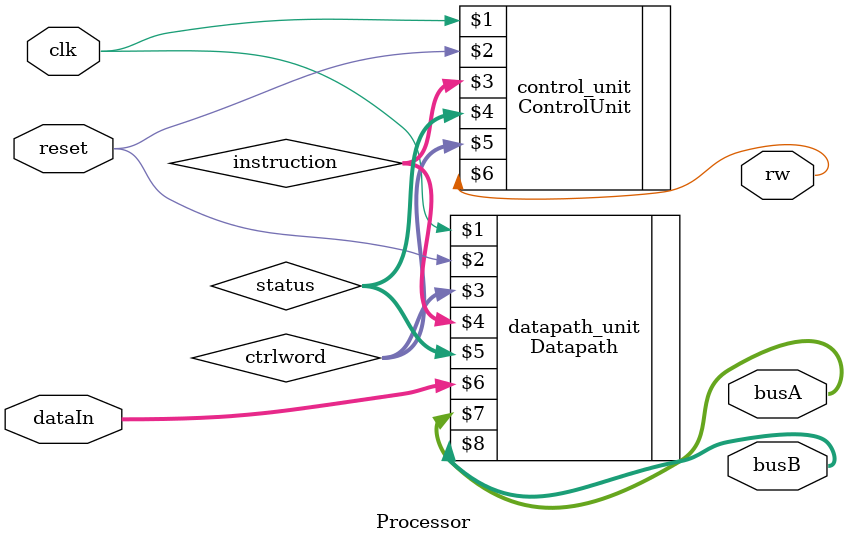
<source format=v>
`include "Datapath/Datapath.v"
`include "ControlUnit/ControlUnit.v"

module Processor(
  dataIn, //data or instructions comming from the main memory
  busA,   //Data comming from the bus A of the datapath
  busB,   //Data comming from the bus B of the datapath
  rw,     //signal indicating whether the main memory is to be written or not
  reset,  //signal reseting the processor
  clk     //clock signal
);

  input wire[15:0] dataIn;
  input wire clk, reset;
  output wire[15:0] busA, busB;
  output wire rw;
  
  //Internal signals
  wire[19:0] ctrlword;
  wire[15:0] instruction;
  wire[4:0] status; //d v c n z
  
  Datapath datapath_unit(
    clk,
    reset,
    ctrlword,
    instruction,
    status,
    dataIn,
    busA,
    busB
  );

  ControlUnit control_unit(
    clk,
    reset,
    instruction,
    status,
    ctrlword,
    rw
  );

endmodule //Processor

</source>
